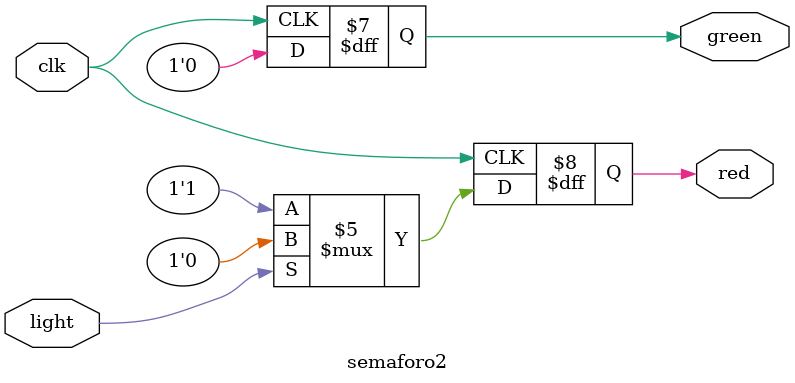
<source format=v>

/*________________________________SEMAFORO 2________________________________*/
module semaforo2     //giros y semaforos peatonales
	(
		input wire light,
		input wire clk, 
		output reg green,   
		output reg red
	);

	parameter RED = 2'b00;
	parameter GREEN = 2'b10;
	
	always @ (posedge clk)
	begin 
		case(light)	 
			RED: 
			begin
				red <= 1;
				green <= 0;
			end
			GREEN:
			begin
				red <= 0;
				green <= 1;
			end
			default:
			begin
				red <= 0;
				green <= 0;
				//$display("SEMAFORO GIRO: ROJO %d VERDE %d", red, green);
			end
		endcase	
	end
endmodule

</source>
